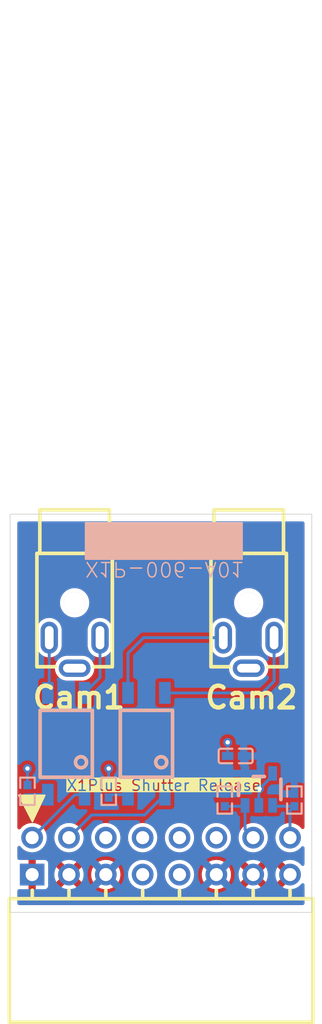
<source format=kicad_pcb>
(kicad_pcb (version 20240108) (generator "pcbnew") (generator_version "8.0")
  (layers (0 "F.Cu" signal) (31 "B.Cu" signal) (34 "B.Paste" user) (35 "F.Paste" user) (36 "B.SilkS" user "B.Silkscreen") (37 "F.SilkS" user "F.Silkscreen") (38 "B.Mask" user) (39 "F.Mask" user) (44 "Edge.Cuts" user))
  (net 0 "")
  (net 1 "GND")
  (net 2 "3V3")
  (net 3 "LD6")
  (net 4 "LD7")
  (net 5 "LD1")
  (net 6 "LD0")
  (net 13 "Net-(PJ1-Pad3)")
  (net 14 "Net-(PJ1-Pad1)")
  (net 15 "Net-(PJ2-Pad3)")
  (net 16 "Net-(PJ2-Pad1)")
  (net 17 "Net-(R3-Pad2)")
  (net 18 "Net-(R4-Pad2)")
  (footprint "x1p-006:HDR-TH_16P-P2.54-H-F-R2-C8-W8.5" (layer "F.Cu") (at 68.41 122.63)
    (property "Reference" "HDR1" (hide yes))
    (property "Value" "PM254-2-08-W-8.5" (hide yes))
    (fp_line (start -10.46 2.93) (end 10.46 2.93) (stroke (width 0.25)) (layer "F.SilkS"))
    (fp_line (start -10.46 11.43) (end -10.46 2.93) (stroke (width 0.25)) (layer "F.SilkS"))
    (fp_line (start -10.46 11.43) (end 10.46 11.43) (stroke (width 0.25)) (layer "F.SilkS"))
    (fp_line (start -8.88 2.93) (end -8.88 2.35) (stroke (width 0.25)) (layer "F.SilkS"))
    (fp_line (start -6.35 2.35) (end -6.35 2.93) (stroke (width 0.25)) (layer "F.SilkS"))
    (fp_line (start -3.81 2.35) (end -3.81 2.93) (stroke (width 0.25)) (layer "F.SilkS"))
    (fp_line (start -1.27 2.35) (end -1.27 2.93) (stroke (width 0.25)) (layer "F.SilkS"))
    (fp_line (start 1.27 2.35) (end 1.27 2.93) (stroke (width 0.25)) (layer "F.SilkS"))
    (fp_line (start 3.81 2.35) (end 3.81 2.93) (stroke (width 0.25)) (layer "F.SilkS"))
    (fp_line (start 6.35 2.35) (end 6.35 2.93) (stroke (width 0.25)) (layer "F.SilkS"))
    (fp_line (start 8.89 2.35) (end 8.89 2.93) (stroke (width 0.25)) (layer "F.SilkS"))
    (fp_line (start 10.46 2.93) (end 10.46 11.43) (stroke (width 0.25)) (layer "F.SilkS"))
    (pad "1" thru_hole rect (at -8.89 1.27) (size 1.7 1.5) (drill 0.900024) (layers "*.Cu" "*.Mask") (net 1 "GND"))
    (pad "2" thru_hole circle (at -8.89 -1.27) (size 1.5 1.5) (drill 0.900024) (layers "*.Cu" "*.Mask") (net 6 "LD0"))
    (pad "3" thru_hole circle (at -6.35 1.27) (size 1.5 1.5) (drill 0.900024) (layers "*.Cu" "*.Mask") (net 1 "GND"))
    (pad "4" thru_hole circle (at -6.35 -1.27) (size 1.5 1.5) (drill 0.900024) (layers "*.Cu" "*.Mask") (net 5 "LD1"))
    (pad "5" thru_hole circle (at -3.81 1.27) (size 1.5 1.5) (drill 0.900024) (layers "*.Cu" "*.Mask") (net 2 "3V3"))
    (pad "6" thru_hole circle (at -3.81 -1.27) (size 1.5 1.5) (drill 0.900024) (layers "*.Cu" "*.Mask"))
    (pad "7" thru_hole circle (at -1.27 1.27) (size 1.5 1.5) (drill 0.900024) (layers "*.Cu" "*.Mask"))
    (pad "8" thru_hole circle (at -1.27 -1.27) (size 1.5 1.5) (drill 0.900024) (layers "*.Cu" "*.Mask"))
    (pad "9" thru_hole circle (at 1.27 1.27) (size 1.5 1.5) (drill 0.900024) (layers "*.Cu" "*.Mask"))
    (pad "10" thru_hole circle (at 1.27 -1.27) (size 1.5 1.5) (drill 0.900024) (layers "*.Cu" "*.Mask"))
    (pad "11" thru_hole circle (at 3.81 1.27) (size 1.5 1.5) (drill 0.900024) (layers "*.Cu" "*.Mask") (net 2 "3V3"))
    (pad "12" thru_hole circle (at 3.81 -1.27) (size 1.5 1.5) (drill 0.900024) (layers "*.Cu" "*.Mask"))
    (pad "13" thru_hole circle (at 6.35 1.27) (size 1.5 1.5) (drill 0.900024) (layers "*.Cu" "*.Mask") (net 1 "GND"))
    (pad "14" thru_hole circle (at 6.35 -1.27) (size 1.5 1.5) (drill 0.900024) (layers "*.Cu" "*.Mask") (net 3 "LD6"))
    (pad "15" thru_hole circle (at 8.89 1.27) (size 1.5 1.5) (drill 0.900024) (layers "*.Cu" "*.Mask") (net 1 "GND"))
    (pad "16" thru_hole circle (at 8.89 -1.27) (size 1.5 1.5) (drill 0.900024) (layers "*.Cu" "*.Mask") (net 4 "LD7"))
  )
  (footprint "x1p-006:AUDIO-TH_PJ-211" (layer "F.Cu") (at 62.45 108.65 -90)
    (property "Reference" "PJ1" (hide yes))
    (property "Value" "PJ-211" (hide yes))
    (fp_line (start -6.85 2.6) (end 0.95 2.6) (stroke (width 0.25)) (layer "F.SilkS"))
    (fp_line (start 0.95 2.6) (end 0.95 1.33) (stroke (width 0.25)) (layer "F.SilkS"))
    (fp_line (start -9.85 2.4) (end -6.85 2.4) (stroke (width 0.25)) (layer "F.SilkS"))
    (fp_line (start -6.85 2.4) (end -6.85 2.6) (stroke (width 0.25)) (layer "F.SilkS"))
    (fp_line (start 0.95 -1.33) (end 0.95 -2.6) (stroke (width 0.25)) (layer "F.SilkS"))
    (fp_line (start -9.85 -2.4) (end -9.85 2.4) (stroke (width 0.25)) (layer "F.SilkS"))
    (fp_line (start -6.85 -2.4) (end -6.85 2.4) (stroke (width 0.25)) (layer "F.SilkS"))
    (fp_line (start -6.85 -2.4) (end -9.85 -2.4) (stroke (width 0.25)) (layer "F.SilkS"))
    (fp_line (start -6.85 -2.6) (end -6.85 -2.4) (stroke (width 0.25)) (layer "F.SilkS"))
    (fp_line (start 0.95 -2.6) (end -6.85 -2.6) (stroke (width 0.25)) (layer "F.SilkS"))
    (pad "" thru_hole circle (at -3.45 0 270) (size 1.5 1.5) (drill 1.5) (layers "*.Cu" "*.Mask"))
    (pad "1" thru_hole oval (at -1.05 1.75) (size 1.2 2.2) (drill oval 0.599999 1.599997) (layers "*.Cu" "*.Mask") (net 14 "Net-(PJ1-Pad1)"))
    (pad "2" thru_hole oval (at 1.05 0 90) (size 1.2 2.2) (drill oval 0.599999 1.599997) (layers "*.Cu" "*.Mask"))
    (pad "3" thru_hole oval (at -1.05 -1.75 180) (size 1.2 2.2) (drill oval 0.599999 1.599997) (layers "*.Cu" "*.Mask") (net 13 "Net-(PJ1-Pad3)"))
  )
  (footprint "x1p-006:AUDIO-TH_PJ-211" (layer "F.Cu") (at 74.45 108.65 -90)
    (property "Reference" "PJ2" (hide yes))
    (property "Value" "PJ-211" (hide yes))
    (fp_line (start -6.85 2.6) (end 0.95 2.6) (stroke (width 0.25)) (layer "F.SilkS"))
    (fp_line (start 0.95 2.6) (end 0.95 1.33) (stroke (width 0.25)) (layer "F.SilkS"))
    (fp_line (start -9.85 2.4) (end -6.85 2.4) (stroke (width 0.25)) (layer "F.SilkS"))
    (fp_line (start -6.85 2.4) (end -6.85 2.6) (stroke (width 0.25)) (layer "F.SilkS"))
    (fp_line (start 0.95 -1.33) (end 0.95 -2.6) (stroke (width 0.25)) (layer "F.SilkS"))
    (fp_line (start -9.85 -2.4) (end -9.85 2.4) (stroke (width 0.25)) (layer "F.SilkS"))
    (fp_line (start -6.85 -2.4) (end -6.85 2.4) (stroke (width 0.25)) (layer "F.SilkS"))
    (fp_line (start -6.85 -2.4) (end -9.85 -2.4) (stroke (width 0.25)) (layer "F.SilkS"))
    (fp_line (start -6.85 -2.6) (end -6.85 -2.4) (stroke (width 0.25)) (layer "F.SilkS"))
    (fp_line (start 0.95 -2.6) (end -6.85 -2.6) (stroke (width 0.25)) (layer "F.SilkS"))
    (pad "" thru_hole circle (at -3.45 0 270) (size 1.5 1.5) (drill 1.5) (layers "*.Cu" "*.Mask"))
    (pad "1" thru_hole oval (at -1.05 1.75) (size 1.2 2.2) (drill oval 0.599999 1.599997) (layers "*.Cu" "*.Mask") (net 16 "Net-(PJ2-Pad1)"))
    (pad "2" thru_hole oval (at 1.05 0 90) (size 1.2 2.2) (drill oval 0.599999 1.599997) (layers "*.Cu" "*.Mask"))
    (pad "3" thru_hole oval (at -1.05 -1.75 180) (size 1.2 2.2) (drill oval 0.599999 1.599997) (layers "*.Cu" "*.Mask") (net 15 "Net-(PJ2-Pad3)"))
  )
  (footprint "x1p-006:C0402" (layer "B.Cu") (at 73.55 115.74 180)
    (property "Reference" "C1" (hide yes))
    (property "Value" "0.1uf" (hide yes))
    (fp_line (start 1.17 0.35) (end 1.17 -0.35) (stroke (width 0.15)) (layer "B.SilkS"))
    (fp_line (start 1.02 -0.5) (end 0.23 -0.5) (stroke (width 0.15)) (layer "B.SilkS"))
    (fp_line (start 0.23 0.5) (end 1.02 0.5) (stroke (width 0.15)) (layer "B.SilkS"))
    (fp_line (start -0.23 0.5) (end -1.02 0.5) (stroke (width 0.15)) (layer "B.SilkS"))
    (fp_line (start -1.02 -0.5) (end -0.23 -0.5) (stroke (width 0.15)) (layer "B.SilkS"))
    (fp_line (start -1.17 0.35) (end -1.17 -0.35) (stroke (width 0.15)) (layer "B.SilkS"))
    (fp_arc (start 1.17 0.35) (mid 1.126066 0.456066) (end 1.02 0.5) (stroke (width 0.15)) (layer "B.SilkS"))
    (fp_arc (start 1.02 -0.5) (mid 1.126066 -0.456066) (end 1.17 -0.35) (stroke (width 0.15)) (layer "B.SilkS"))
    (fp_arc (start -1.02 0.5) (mid -1.126066 0.456066) (end -1.17 0.35) (stroke (width 0.15)) (layer "B.SilkS"))
    (fp_arc (start -1.17 -0.35) (mid -1.126066 -0.456066) (end -1.02 -0.5) (stroke (width 0.15)) (layer "B.SilkS"))
    (pad "1" smd rect (at -0.55 0 180) (size 0.79 0.54) (layers "B.Cu" "B.Paste" "B.Mask") (net 2 "3V3"))
    (pad "2" smd rect (at 0.55 0 180) (size 0.79 0.54) (layers "B.Cu" "B.Paste" "B.Mask") (net 1 "GND"))
  )
  (footprint "x1p-006:SOT-23-5_L2.9-W1.6-P0.95-LS2.8-BL" (layer "B.Cu") (at 75.15 118.04 180)
    (property "Reference" "U1" (hide yes))
    (property "Value" "AD24C02" (hide yes))
    (fp_line (start 1.4 -0.42) (end 1.4 0.42) (stroke (width 0.25)) (layer "B.SilkS"))
    (fp_line (start 0.38 0.89) (end -0.38 0.89) (stroke (width 0.25)) (layer "B.SilkS"))
    (fp_line (start -1.52 -0.7) (end -1.52 0.7) (stroke (width 0.25)) (layer "B.SilkS"))
    (pad "1" smd rect (at -0.95 -1.1 180) (size 0.6 1) (layers "B.Cu" "B.Paste" "B.Mask") (net 4 "LD7"))
    (pad "2" smd rect (at 0 -1.1 180) (size 0.6 1) (layers "B.Cu" "B.Paste" "B.Mask") (net 1 "GND"))
    (pad "3" smd rect (at 0.95 -1.1 180) (size 0.6 1) (layers "B.Cu" "B.Paste" "B.Mask") (net 3 "LD6"))
    (pad "4" smd rect (at 0.95 1.1 180) (size 0.6 1) (layers "B.Cu" "B.Paste" "B.Mask") (net 2 "3V3"))
    (pad "5" smd rect (at -0.95 1.1 180) (size 0.6 1) (layers "B.Cu" "B.Paste" "B.Mask") (net 1 "GND"))
  )
  (footprint "x1p-006:SMD-4_L4.6-W3.7-P2.54-LS7.0-BR" (layer "B.Cu") (at 61.87 114.9 -90)
    (property "Reference" "U3" (hide yes))
    (property "Value" "TLP172GM(TPL,E(O" (hide yes))
    (fp_line (start -2.3 1.8) (end -2.3 -1.8) (stroke (width 0.25)) (layer "B.SilkS"))
    (fp_line (start 2.3 1.8) (end -2.3 1.8) (stroke (width 0.25)) (layer "B.SilkS"))
    (fp_line (start -2.3 -1.8) (end 2.3 -1.8) (stroke (width 0.25)) (layer "B.SilkS"))
    (fp_line (start 2.3 -1.8) (end 2.3 1.8) (stroke (width 0.25)) (layer "B.SilkS"))
    (fp_circle (center 1.27 -1.02) (end 1.65 -1.02) (stroke (width 0.25)) (fill none) (layer "B.SilkS"))
    (pad "1" smd rect (at 3.5 -1.27 90) (size 1.5 0.8) (layers "B.Cu" "B.Paste" "B.Mask") (net 6 "LD0"))
    (pad "2" smd rect (at 3.5 1.27 90) (size 1.5 0.8) (layers "B.Cu" "B.Paste" "B.Mask") (net 17 "Net-(R3-Pad2)"))
    (pad "3" smd rect (at -3.5 1.27 90) (size 1.5 0.8) (layers "B.Cu" "B.Paste" "B.Mask") (net 14 "Net-(PJ1-Pad1)"))
    (pad "4" smd rect (at -3.5 -1.27 90) (size 1.5 0.8) (layers "B.Cu" "B.Paste" "B.Mask") (net 13 "Net-(PJ1-Pad3)"))
  )
  (footprint "x1p-006:R0402" (layer "B.Cu") (at 72.8 118.77 90)
    (property "Reference" "R2" (hide yes))
    (property "Value" "3.3k" (hide yes))
    (fp_line (start 0.94 -0.5) (end 0.23 -0.5) (stroke (width 0.15)) (layer "B.SilkS"))
    (fp_line (start -0.94 -0.5) (end -0.23 -0.5) (stroke (width 0.15)) (layer "B.SilkS"))
    (fp_line (start 0.94 0.5) (end 0.94 -0.5) (stroke (width 0.15)) (layer "B.SilkS"))
    (fp_line (start 0.23 0.5) (end 0.94 0.5) (stroke (width 0.15)) (layer "B.SilkS"))
    (fp_line (start -0.23 0.5) (end -0.94 0.5) (stroke (width 0.15)) (layer "B.SilkS"))
    (fp_line (start -0.94 0.5) (end -0.94 -0.5) (stroke (width 0.15)) (layer "B.SilkS"))
    (pad "1" smd rect (at -0.43 0 90) (size 0.57 0.54) (layers "B.Cu" "B.Paste" "B.Mask") (net 3 "LD6"))
    (pad "2" smd rect (at 0.43 0 90) (size 0.57 0.54) (layers "B.Cu" "B.Paste" "B.Mask") (net 2 "3V3"))
  )
  (footprint "x1p-006:R0402" (layer "B.Cu") (at 59.2 118.17 -90)
    (property "Reference" "R3" (hide yes))
    (property "Value" "220" (hide yes))
    (fp_line (start -0.94 0.5) (end -0.94 -0.5) (stroke (width 0.15)) (layer "B.SilkS"))
    (fp_line (start -0.23 0.5) (end -0.94 0.5) (stroke (width 0.15)) (layer "B.SilkS"))
    (fp_line (start 0.23 0.5) (end 0.94 0.5) (stroke (width 0.15)) (layer "B.SilkS"))
    (fp_line (start 0.94 0.5) (end 0.94 -0.5) (stroke (width 0.15)) (layer "B.SilkS"))
    (fp_line (start -0.94 -0.5) (end -0.23 -0.5) (stroke (width 0.15)) (layer "B.SilkS"))
    (fp_line (start 0.94 -0.5) (end 0.23 -0.5) (stroke (width 0.15)) (layer "B.SilkS"))
    (pad "1" smd rect (at -0.43 0 270) (size 0.57 0.54) (layers "B.Cu" "B.Paste" "B.Mask") (net 1 "GND"))
    (pad "2" smd rect (at 0.43 0 270) (size 0.57 0.54) (layers "B.Cu" "B.Paste" "B.Mask") (net 17 "Net-(R3-Pad2)"))
  )
  (footprint "x1p-006:R0402" (layer "B.Cu") (at 64.8 118.17 -90)
    (property "Reference" "R4" (hide yes))
    (property "Value" "220" (hide yes))
    (fp_line (start -0.94 0.5) (end -0.94 -0.5) (stroke (width 0.15)) (layer "B.SilkS"))
    (fp_line (start -0.23 0.5) (end -0.94 0.5) (stroke (width 0.15)) (layer "B.SilkS"))
    (fp_line (start 0.23 0.5) (end 0.94 0.5) (stroke (width 0.15)) (layer "B.SilkS"))
    (fp_line (start 0.94 0.5) (end 0.94 -0.5) (stroke (width 0.15)) (layer "B.SilkS"))
    (fp_line (start -0.94 -0.5) (end -0.23 -0.5) (stroke (width 0.15)) (layer "B.SilkS"))
    (fp_line (start 0.94 -0.5) (end 0.23 -0.5) (stroke (width 0.15)) (layer "B.SilkS"))
    (pad "1" smd rect (at -0.43 0 270) (size 0.57 0.54) (layers "B.Cu" "B.Paste" "B.Mask") (net 1 "GND"))
    (pad "2" smd rect (at 0.43 0 270) (size 0.57 0.54) (layers "B.Cu" "B.Paste" "B.Mask") (net 18 "Net-(R4-Pad2)"))
  )
  (footprint "x1p-006:R0402" (layer "B.Cu") (at 77.6 118.77 90)
    (property "Reference" "R1" (hide yes))
    (property "Value" "3.3k" (hide yes))
    (fp_line (start 0.94 -0.5) (end 0.23 -0.5) (stroke (width 0.15)) (layer "B.SilkS"))
    (fp_line (start -0.94 -0.5) (end -0.23 -0.5) (stroke (width 0.15)) (layer "B.SilkS"))
    (fp_line (start 0.94 0.5) (end 0.94 -0.5) (stroke (width 0.15)) (layer "B.SilkS"))
    (fp_line (start 0.23 0.5) (end 0.94 0.5) (stroke (width 0.15)) (layer "B.SilkS"))
    (fp_line (start -0.23 0.5) (end -0.94 0.5) (stroke (width 0.15)) (layer "B.SilkS"))
    (fp_line (start -0.94 0.5) (end -0.94 -0.5) (stroke (width 0.15)) (layer "B.SilkS"))
    (pad "1" smd rect (at -0.43 0 90) (size 0.57 0.54) (layers "B.Cu" "B.Paste" "B.Mask") (net 4 "LD7"))
    (pad "2" smd rect (at 0.43 0 90) (size 0.57 0.54) (layers "B.Cu" "B.Paste" "B.Mask") (net 2 "3V3"))
  )
  (footprint "x1p-006:SMD-4_L4.6-W3.7-P2.54-LS7.0-BR" (layer "B.Cu") (at 67.4 114.9 -90)
    (property "Reference" "U6" (hide yes))
    (property "Value" "TLP172GM(TPL,E(O" (hide yes))
    (fp_line (start -2.3 1.8) (end -2.3 -1.8) (stroke (width 0.25)) (layer "B.SilkS"))
    (fp_line (start 2.3 1.8) (end -2.3 1.8) (stroke (width 0.25)) (layer "B.SilkS"))
    (fp_line (start -2.3 -1.8) (end 2.3 -1.8) (stroke (width 0.25)) (layer "B.SilkS"))
    (fp_line (start 2.3 -1.8) (end 2.3 1.8) (stroke (width 0.25)) (layer "B.SilkS"))
    (fp_circle (center 1.27 -1.02) (end 1.65 -1.02) (stroke (width 0.25)) (fill none) (layer "B.SilkS"))
    (pad "1" smd rect (at 3.5 -1.27 90) (size 1.5 0.8) (layers "B.Cu" "B.Paste" "B.Mask") (net 5 "LD1"))
    (pad "2" smd rect (at 3.5 1.27 90) (size 1.5 0.8) (layers "B.Cu" "B.Paste" "B.Mask") (net 18 "Net-(R4-Pad2)"))
    (pad "3" smd rect (at -3.5 1.27 90) (size 1.5 0.8) (layers "B.Cu" "B.Paste" "B.Mask") (net 16 "Net-(PJ2-Pad1)"))
    (pad "4" smd rect (at -3.5 -1.27 90) (size 1.5 0.8) (layers "B.Cu" "B.Paste" "B.Mask") (net 15 "Net-(PJ2-Pad3)"))
  )
  (gr_rect (start 63.2 99.7) (end 74 102.2) (stroke (width 0.1)) (fill solid) (layer "B.SilkS"))
  (gr_poly (pts (xy 58.6 118.442288) (xy 59.54 120.262288) (xy 60.4 118.442288)) (stroke (width 0.1)) (fill solid) (layer "F.SilkS"))
  (gr_rect (start 58 99.1) (end 78.8 126.5) (stroke (width 0.05)) (fill none) (layer "Edge.Cuts"))
  (gr_text "X1P-006-A01" (at 63.1 102.3 180) (layer "B.SilkS") (effects (font (size 1 1) (thickness 0.1)) (justify left bottom mirror)))
  (gr_text "Cam1" (at 59.4 112.6 0) (layer "F.SilkS") (effects (font (size 1.5 1.5) (thickness 0.3) (bold yes)) (justify left bottom)))
  (gr_text "X1Plus Shutter Release" (at 68.6 118.2 0) (layer "F.SilkS" knockout) (effects (font (size 0.75 0.75) (thickness 0.1)) (justify bottom)))
  (gr_text "Cam2" (at 71.3 112.6 0) (layer "F.SilkS") (effects (font (size 1.5 1.5) (thickness 0.3) (bold yes)) (justify left bottom)))
  (via (at 59.2 116.6) (size 0.6) (drill 0.3) (layers "F.Cu" "B.Cu") (net 1))
  (via (at 64.8 116.6) (size 0.6) (drill 0.3) (layers "F.Cu" "B.Cu") (net 1))
  (via (at 75.2 118) (size 0.6) (drill 0.3) (layers "F.Cu" "B.Cu") (net 1))
  (via (at 73 114.8) (size 0.6) (drill 0.3) (layers "F.Cu" "B.Cu") (net 1))
  (segment (start 75.15 119.14) (end 75.15 118.05) (width 0.2) (layer "B.Cu") (net 1))
  (segment (start 75.15 118.05) (end 75.2 118) (width 0.2) (layer "B.Cu") (net 1))
  (segment (start 73 115.74) (end 73 114.8) (width 0.2) (layer "B.Cu") (net 1))
  (segment (start 76.1 117.1) (end 75.2 118) (width 0.2) (layer "B.Cu") (net 1))
  (segment (start 59.2 117.54) (end 59.2 116.6) (width 0.2) (layer "B.Cu") (net 1))
  (segment (start 76.1 116.94) (end 76.1 117.1) (width 0.2) (layer "B.Cu") (net 1))
  (segment (start 64.8 117.6) (end 64.8 116.6) (width 0.2) (layer "B.Cu") (net 1))
  (segment (start 74.14 119.2) (end 74.2 119.14) (width 0.2) (layer "B.Cu") (net 3))
  (segment (start 72.8 119.2) (end 74.14 119.2) (width 0.2) (layer "B.Cu") (net 3))
  (segment (start 74.76 121.36) (end 74.2 120.8) (width 0.2) (layer "B.Cu") (net 3))
  (segment (start 74.2 120.8) (end 74.2 119.14) (width 0.2) (layer "B.Cu") (net 3))
  (segment (start 76.16 119.2) (end 76.1 119.14) (width 0.2) (layer "B.Cu") (net 4))
  (segment (start 77.3 119.5) (end 77.6 119.2) (width 0.2) (layer "B.Cu") (net 4))
  (segment (start 77.6 119.2) (end 76.16 119.2) (width 0.2) (layer "B.Cu") (net 4))
  (segment (start 77.3 121.36) (end 77.3 119.5) (width 0.2) (layer "B.Cu") (net 4))
  (segment (start 67.27 119.8) (end 68.67 118.4) (width 0.2) (layer "B.Cu") (net 5))
  (segment (start 63.62 119.8) (end 67.27 119.8) (width 0.2) (layer "B.Cu") (net 5))
  (segment (start 62.06 121.36) (end 63.62 119.8) (width 0.2) (layer "B.Cu") (net 5))
  (segment (start 62.48 118.4) (end 63.14 118.4) (width 0.2) (layer "B.Cu") (net 6))
  (segment (start 59.52 121.36) (end 62.48 118.4) (width 0.2) (layer "B.Cu") (net 6))
  (segment (start 64.2 110.34) (end 64.2 107.6) (width 0.2) (layer "B.Cu") (net 13))
  (segment (start 63.14 111.4) (end 64.2 110.34) (width 0.2) (layer "B.Cu") (net 13))
  (segment (start 60.7 111.3) (end 60.6 111.4) (width 0.2) (layer "B.Cu") (net 14))
  (segment (start 60.7 107.6) (end 60.7 111.3) (width 0.2) (layer "B.Cu") (net 14))
  (segment (start 75.4 111.4) (end 76.2 110.6) (width 0.2) (layer "B.Cu") (net 15))
  (segment (start 68.67 111.4) (end 75.4 111.4) (width 0.2) (layer "B.Cu") (net 15))
  (segment (start 76.2 110.6) (end 76.2 107.6) (width 0.2) (layer "B.Cu") (net 15))
  (segment (start 66.13 111.4) (end 66.13 108.67) (width 0.2) (layer "B.Cu") (net 16))
  (segment (start 66.13 108.67) (end 67.2 107.6) (width 0.2) (layer "B.Cu") (net 16))
  (segment (start 67.2 107.6) (end 72.7 107.6) (width 0.2) (layer "B.Cu") (net 16))
  (segment (start 59.4 118.4) (end 59.2 118.6) (width 0.2) (layer "B.Cu") (net 17))
  (segment (start 60.6 118.4) (end 59.4 118.4) (width 0.2) (layer "B.Cu") (net 17))
  (segment (start 66.13 118.4) (end 64.86 118.4) (width 0.2) (layer "B.Cu") (net 18))
  (segment (start 64.86 118.4) (end 64.8 118.46) (width 0.2) (layer "B.Cu") (net 18))
  (zone (net 1) (net_name "GND") (layer "F.Cu") (connect_pads (clearance 0.254)) (min_thickness 0.25) (fill yes (thermal_gap 0.5) (thermal_bridge_width 0.5))
    (polygon (pts (xy 79.50476 63.723593) (xy 57.50476 63.923593) (xy 57.30476 126.223593) (xy 79.30476 126.023593)))
  )
  (zone (net 2) (net_name "3V3") (layer "B.Cu") (connect_pads (clearance 0.254)) (min_thickness 0.25) (fill yes (thermal_gap 0.5) (thermal_bridge_width 0.5))
    (polygon (pts (xy 57.8 96.2) (xy 79 96.2) (xy 79 126.3) (xy 57.8 126.3)))
  )
)
</source>
